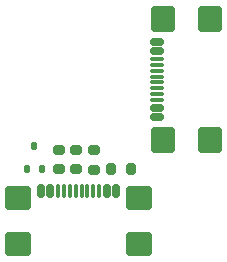
<source format=gbr>
%TF.GenerationSoftware,KiCad,Pcbnew,8.0.7*%
%TF.CreationDate,2024-12-28T17:49:01+01:00*%
%TF.ProjectId,usb-c-power-meter,7573622d-632d-4706-9f77-65722d6d6574,rev?*%
%TF.SameCoordinates,Original*%
%TF.FileFunction,Paste,Bot*%
%TF.FilePolarity,Positive*%
%FSLAX46Y46*%
G04 Gerber Fmt 4.6, Leading zero omitted, Abs format (unit mm)*
G04 Created by KiCad (PCBNEW 8.0.7) date 2024-12-28 17:49:01*
%MOMM*%
%LPD*%
G01*
G04 APERTURE LIST*
G04 Aperture macros list*
%AMRoundRect*
0 Rectangle with rounded corners*
0 $1 Rounding radius*
0 $2 $3 $4 $5 $6 $7 $8 $9 X,Y pos of 4 corners*
0 Add a 4 corners polygon primitive as box body*
4,1,4,$2,$3,$4,$5,$6,$7,$8,$9,$2,$3,0*
0 Add four circle primitives for the rounded corners*
1,1,$1+$1,$2,$3*
1,1,$1+$1,$4,$5*
1,1,$1+$1,$6,$7*
1,1,$1+$1,$8,$9*
0 Add four rect primitives between the rounded corners*
20,1,$1+$1,$2,$3,$4,$5,0*
20,1,$1+$1,$4,$5,$6,$7,0*
20,1,$1+$1,$6,$7,$8,$9,0*
20,1,$1+$1,$8,$9,$2,$3,0*%
G04 Aperture macros list end*
%ADD10RoundRect,0.200000X-0.275000X0.200000X-0.275000X-0.200000X0.275000X-0.200000X0.275000X0.200000X0*%
%ADD11RoundRect,0.150000X-0.425000X0.150000X-0.425000X-0.150000X0.425000X-0.150000X0.425000X0.150000X0*%
%ADD12RoundRect,0.075000X-0.500000X0.075000X-0.500000X-0.075000X0.500000X-0.075000X0.500000X0.075000X0*%
%ADD13RoundRect,0.250000X-0.750000X0.840000X-0.750000X-0.840000X0.750000X-0.840000X0.750000X0.840000X0*%
%ADD14RoundRect,0.200000X0.200000X0.275000X-0.200000X0.275000X-0.200000X-0.275000X0.200000X-0.275000X0*%
%ADD15RoundRect,0.150000X0.150000X0.425000X-0.150000X0.425000X-0.150000X-0.425000X0.150000X-0.425000X0*%
%ADD16RoundRect,0.075000X0.075000X0.500000X-0.075000X0.500000X-0.075000X-0.500000X0.075000X-0.500000X0*%
%ADD17RoundRect,0.250000X0.840000X0.750000X-0.840000X0.750000X-0.840000X-0.750000X0.840000X-0.750000X0*%
%ADD18RoundRect,0.112500X0.112500X0.237500X-0.112500X0.237500X-0.112500X-0.237500X0.112500X-0.237500X0*%
G04 APERTURE END LIST*
D10*
%TO.C,R3*%
X155500000Y-113375000D03*
X155500000Y-115025000D03*
%TD*%
%TO.C,R2*%
X152500000Y-113350000D03*
X152500000Y-115000000D03*
%TD*%
D11*
%TO.C,J4*%
X160795000Y-104200000D03*
X160795000Y-105000000D03*
D12*
X160795000Y-106150000D03*
X160795000Y-107150000D03*
X160795000Y-107650000D03*
X160795000Y-108650000D03*
D11*
X160795000Y-109800000D03*
X160795000Y-110600000D03*
X160795000Y-110600000D03*
X160795000Y-109800000D03*
D12*
X160795000Y-109150000D03*
X160795000Y-108150000D03*
X160795000Y-106650000D03*
X160795000Y-105650000D03*
D11*
X160795000Y-105000000D03*
X160795000Y-104200000D03*
D13*
X165300000Y-102290000D03*
X161370000Y-102290000D03*
X165300000Y-112510000D03*
X161370000Y-112510000D03*
%TD*%
D14*
%TO.C,R1*%
X158614000Y-114996000D03*
X156964000Y-114996000D03*
%TD*%
D10*
%TO.C,R4*%
X154000000Y-113350000D03*
X154000000Y-115000000D03*
%TD*%
D15*
%TO.C,J2*%
X157400000Y-116820000D03*
X156600000Y-116820000D03*
D16*
X155450000Y-116820000D03*
X154450000Y-116820000D03*
X153950000Y-116820000D03*
X152950000Y-116820000D03*
D15*
X151800000Y-116820000D03*
X151000000Y-116820000D03*
X151000000Y-116820000D03*
X151800000Y-116820000D03*
D16*
X152450000Y-116820000D03*
X153450000Y-116820000D03*
X154950000Y-116820000D03*
X155950000Y-116820000D03*
D15*
X156600000Y-116820000D03*
X157400000Y-116820000D03*
D17*
X159310000Y-121325000D03*
X159310000Y-117395000D03*
X149090000Y-121325000D03*
X149090000Y-117395000D03*
%TD*%
D18*
%TO.C,D1*%
X151100000Y-114996000D03*
X149800000Y-114996000D03*
X150450000Y-112996000D03*
%TD*%
M02*

</source>
